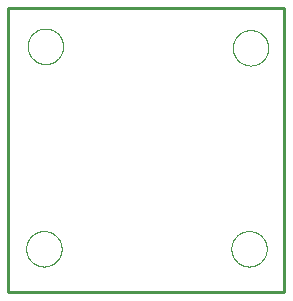
<source format=gbr>
G04 EAGLE Gerber RS-274X export*
G75*
%MOMM*%
%FSLAX25Y25*%
%LPD*%
%INOutline*%
%IPPOS*%
%AMOC8*
5,1,8,0,0,1.08239X$1,22.5*%
G01*
%ADD10C,0.000000*%
%ADD11C,0.254000*%


D10*
X203200Y76200D02*
X2538000Y76200D01*
X2538000Y2481600D01*
X203200Y2481600D01*
X203200Y76200D01*
X365900Y2159000D02*
X365945Y2162681D01*
X366081Y2166360D01*
X366306Y2170035D01*
X366622Y2173703D01*
X367028Y2177362D01*
X367524Y2181010D01*
X368108Y2184644D01*
X368782Y2188264D01*
X369545Y2191865D01*
X370395Y2195447D01*
X371334Y2199007D01*
X372359Y2202543D01*
X373471Y2206052D01*
X374668Y2209533D01*
X375951Y2212984D01*
X377318Y2216403D01*
X378769Y2219786D01*
X380302Y2223133D01*
X381916Y2226442D01*
X383612Y2229710D01*
X385387Y2232935D01*
X387241Y2236115D01*
X389172Y2239250D01*
X391180Y2242336D01*
X393262Y2245371D01*
X395419Y2248355D01*
X397648Y2251285D01*
X399948Y2254159D01*
X402319Y2256976D01*
X404757Y2259734D01*
X407263Y2262431D01*
X409834Y2265066D01*
X412469Y2267637D01*
X415166Y2270143D01*
X417924Y2272581D01*
X420741Y2274952D01*
X423615Y2277252D01*
X426545Y2279481D01*
X429529Y2281638D01*
X432564Y2283720D01*
X435650Y2285728D01*
X438785Y2287659D01*
X441965Y2289513D01*
X445190Y2291288D01*
X448458Y2292984D01*
X451767Y2294598D01*
X455114Y2296131D01*
X458497Y2297582D01*
X461916Y2298949D01*
X465367Y2300232D01*
X468848Y2301429D01*
X472357Y2302541D01*
X475893Y2303566D01*
X479453Y2304505D01*
X483035Y2305355D01*
X486636Y2306118D01*
X490256Y2306792D01*
X493890Y2307376D01*
X497538Y2307872D01*
X501197Y2308278D01*
X504865Y2308594D01*
X508540Y2308819D01*
X512219Y2308955D01*
X515900Y2309000D01*
X519581Y2308955D01*
X523260Y2308819D01*
X526935Y2308594D01*
X530603Y2308278D01*
X534262Y2307872D01*
X537910Y2307376D01*
X541544Y2306792D01*
X545164Y2306118D01*
X548765Y2305355D01*
X552347Y2304505D01*
X555907Y2303566D01*
X559443Y2302541D01*
X562952Y2301429D01*
X566433Y2300232D01*
X569884Y2298949D01*
X573303Y2297582D01*
X576686Y2296131D01*
X580033Y2294598D01*
X583342Y2292984D01*
X586610Y2291288D01*
X589835Y2289513D01*
X593015Y2287659D01*
X596150Y2285728D01*
X599236Y2283720D01*
X602271Y2281638D01*
X605255Y2279481D01*
X608185Y2277252D01*
X611059Y2274952D01*
X613876Y2272581D01*
X616634Y2270143D01*
X619331Y2267637D01*
X621966Y2265066D01*
X624537Y2262431D01*
X627043Y2259734D01*
X629481Y2256976D01*
X631852Y2254159D01*
X634152Y2251285D01*
X636381Y2248355D01*
X638538Y2245371D01*
X640620Y2242336D01*
X642628Y2239250D01*
X644559Y2236115D01*
X646413Y2232935D01*
X648188Y2229710D01*
X649884Y2226442D01*
X651498Y2223133D01*
X653031Y2219786D01*
X654482Y2216403D01*
X655849Y2212984D01*
X657132Y2209533D01*
X658329Y2206052D01*
X659441Y2202543D01*
X660466Y2199007D01*
X661405Y2195447D01*
X662255Y2191865D01*
X663018Y2188264D01*
X663692Y2184644D01*
X664276Y2181010D01*
X664772Y2177362D01*
X665178Y2173703D01*
X665494Y2170035D01*
X665719Y2166360D01*
X665855Y2162681D01*
X665900Y2159000D01*
X665855Y2155319D01*
X665719Y2151640D01*
X665494Y2147965D01*
X665178Y2144297D01*
X664772Y2140638D01*
X664276Y2136990D01*
X663692Y2133356D01*
X663018Y2129736D01*
X662255Y2126135D01*
X661405Y2122553D01*
X660466Y2118993D01*
X659441Y2115457D01*
X658329Y2111948D01*
X657132Y2108467D01*
X655849Y2105016D01*
X654482Y2101597D01*
X653031Y2098214D01*
X651498Y2094867D01*
X649884Y2091558D01*
X648188Y2088290D01*
X646413Y2085065D01*
X644559Y2081885D01*
X642628Y2078750D01*
X640620Y2075664D01*
X638538Y2072629D01*
X636381Y2069645D01*
X634152Y2066715D01*
X631852Y2063841D01*
X629481Y2061024D01*
X627043Y2058266D01*
X624537Y2055569D01*
X621966Y2052934D01*
X619331Y2050363D01*
X616634Y2047857D01*
X613876Y2045419D01*
X611059Y2043048D01*
X608185Y2040748D01*
X605255Y2038519D01*
X602271Y2036362D01*
X599236Y2034280D01*
X596150Y2032272D01*
X593015Y2030341D01*
X589835Y2028487D01*
X586610Y2026712D01*
X583342Y2025016D01*
X580033Y2023402D01*
X576686Y2021869D01*
X573303Y2020418D01*
X569884Y2019051D01*
X566433Y2017768D01*
X562952Y2016571D01*
X559443Y2015459D01*
X555907Y2014434D01*
X552347Y2013495D01*
X548765Y2012645D01*
X545164Y2011882D01*
X541544Y2011208D01*
X537910Y2010624D01*
X534262Y2010128D01*
X530603Y2009722D01*
X526935Y2009406D01*
X523260Y2009181D01*
X519581Y2009045D01*
X515900Y2009000D01*
X512219Y2009045D01*
X508540Y2009181D01*
X504865Y2009406D01*
X501197Y2009722D01*
X497538Y2010128D01*
X493890Y2010624D01*
X490256Y2011208D01*
X486636Y2011882D01*
X483035Y2012645D01*
X479453Y2013495D01*
X475893Y2014434D01*
X472357Y2015459D01*
X468848Y2016571D01*
X465367Y2017768D01*
X461916Y2019051D01*
X458497Y2020418D01*
X455114Y2021869D01*
X451767Y2023402D01*
X448458Y2025016D01*
X445190Y2026712D01*
X441965Y2028487D01*
X438785Y2030341D01*
X435650Y2032272D01*
X432564Y2034280D01*
X429529Y2036362D01*
X426545Y2038519D01*
X423615Y2040748D01*
X420741Y2043048D01*
X417924Y2045419D01*
X415166Y2047857D01*
X412469Y2050363D01*
X409834Y2052934D01*
X407263Y2055569D01*
X404757Y2058266D01*
X402319Y2061024D01*
X399948Y2063841D01*
X397648Y2066715D01*
X395419Y2069645D01*
X393262Y2072629D01*
X391180Y2075664D01*
X389172Y2078750D01*
X387241Y2081885D01*
X385387Y2085065D01*
X383612Y2088290D01*
X381916Y2091558D01*
X380302Y2094867D01*
X378769Y2098214D01*
X377318Y2101597D01*
X375951Y2105016D01*
X374668Y2108467D01*
X373471Y2111948D01*
X372359Y2115457D01*
X371334Y2118993D01*
X370395Y2122553D01*
X369545Y2126135D01*
X368782Y2129736D01*
X368108Y2133356D01*
X367524Y2136990D01*
X367028Y2140638D01*
X366622Y2144297D01*
X366306Y2147965D01*
X366081Y2151640D01*
X365945Y2155319D01*
X365900Y2159000D01*
X2102700Y2146300D02*
X2102745Y2149981D01*
X2102881Y2153660D01*
X2103106Y2157335D01*
X2103422Y2161003D01*
X2103828Y2164662D01*
X2104324Y2168310D01*
X2104908Y2171944D01*
X2105582Y2175564D01*
X2106345Y2179165D01*
X2107195Y2182747D01*
X2108134Y2186307D01*
X2109159Y2189843D01*
X2110271Y2193352D01*
X2111468Y2196833D01*
X2112751Y2200284D01*
X2114118Y2203703D01*
X2115569Y2207086D01*
X2117102Y2210433D01*
X2118716Y2213742D01*
X2120412Y2217010D01*
X2122187Y2220235D01*
X2124041Y2223415D01*
X2125972Y2226550D01*
X2127980Y2229636D01*
X2130062Y2232671D01*
X2132219Y2235655D01*
X2134448Y2238585D01*
X2136748Y2241459D01*
X2139119Y2244276D01*
X2141557Y2247034D01*
X2144063Y2249731D01*
X2146634Y2252366D01*
X2149269Y2254937D01*
X2151966Y2257443D01*
X2154724Y2259881D01*
X2157541Y2262252D01*
X2160415Y2264552D01*
X2163345Y2266781D01*
X2166329Y2268938D01*
X2169364Y2271020D01*
X2172450Y2273028D01*
X2175585Y2274959D01*
X2178765Y2276813D01*
X2181990Y2278588D01*
X2185258Y2280284D01*
X2188567Y2281898D01*
X2191914Y2283431D01*
X2195297Y2284882D01*
X2198716Y2286249D01*
X2202167Y2287532D01*
X2205648Y2288729D01*
X2209157Y2289841D01*
X2212693Y2290866D01*
X2216253Y2291805D01*
X2219835Y2292655D01*
X2223436Y2293418D01*
X2227056Y2294092D01*
X2230690Y2294676D01*
X2234338Y2295172D01*
X2237997Y2295578D01*
X2241665Y2295894D01*
X2245340Y2296119D01*
X2249019Y2296255D01*
X2252700Y2296300D01*
X2256381Y2296255D01*
X2260060Y2296119D01*
X2263735Y2295894D01*
X2267403Y2295578D01*
X2271062Y2295172D01*
X2274710Y2294676D01*
X2278344Y2294092D01*
X2281964Y2293418D01*
X2285565Y2292655D01*
X2289147Y2291805D01*
X2292707Y2290866D01*
X2296243Y2289841D01*
X2299752Y2288729D01*
X2303233Y2287532D01*
X2306684Y2286249D01*
X2310103Y2284882D01*
X2313486Y2283431D01*
X2316833Y2281898D01*
X2320142Y2280284D01*
X2323410Y2278588D01*
X2326635Y2276813D01*
X2329815Y2274959D01*
X2332950Y2273028D01*
X2336036Y2271020D01*
X2339071Y2268938D01*
X2342055Y2266781D01*
X2344985Y2264552D01*
X2347859Y2262252D01*
X2350676Y2259881D01*
X2353434Y2257443D01*
X2356131Y2254937D01*
X2358766Y2252366D01*
X2361337Y2249731D01*
X2363843Y2247034D01*
X2366281Y2244276D01*
X2368652Y2241459D01*
X2370952Y2238585D01*
X2373181Y2235655D01*
X2375338Y2232671D01*
X2377420Y2229636D01*
X2379428Y2226550D01*
X2381359Y2223415D01*
X2383213Y2220235D01*
X2384988Y2217010D01*
X2386684Y2213742D01*
X2388298Y2210433D01*
X2389831Y2207086D01*
X2391282Y2203703D01*
X2392649Y2200284D01*
X2393932Y2196833D01*
X2395129Y2193352D01*
X2396241Y2189843D01*
X2397266Y2186307D01*
X2398205Y2182747D01*
X2399055Y2179165D01*
X2399818Y2175564D01*
X2400492Y2171944D01*
X2401076Y2168310D01*
X2401572Y2164662D01*
X2401978Y2161003D01*
X2402294Y2157335D01*
X2402519Y2153660D01*
X2402655Y2149981D01*
X2402700Y2146300D01*
X2402655Y2142619D01*
X2402519Y2138940D01*
X2402294Y2135265D01*
X2401978Y2131597D01*
X2401572Y2127938D01*
X2401076Y2124290D01*
X2400492Y2120656D01*
X2399818Y2117036D01*
X2399055Y2113435D01*
X2398205Y2109853D01*
X2397266Y2106293D01*
X2396241Y2102757D01*
X2395129Y2099248D01*
X2393932Y2095767D01*
X2392649Y2092316D01*
X2391282Y2088897D01*
X2389831Y2085514D01*
X2388298Y2082167D01*
X2386684Y2078858D01*
X2384988Y2075590D01*
X2383213Y2072365D01*
X2381359Y2069185D01*
X2379428Y2066050D01*
X2377420Y2062964D01*
X2375338Y2059929D01*
X2373181Y2056945D01*
X2370952Y2054015D01*
X2368652Y2051141D01*
X2366281Y2048324D01*
X2363843Y2045566D01*
X2361337Y2042869D01*
X2358766Y2040234D01*
X2356131Y2037663D01*
X2353434Y2035157D01*
X2350676Y2032719D01*
X2347859Y2030348D01*
X2344985Y2028048D01*
X2342055Y2025819D01*
X2339071Y2023662D01*
X2336036Y2021580D01*
X2332950Y2019572D01*
X2329815Y2017641D01*
X2326635Y2015787D01*
X2323410Y2014012D01*
X2320142Y2012316D01*
X2316833Y2010702D01*
X2313486Y2009169D01*
X2310103Y2007718D01*
X2306684Y2006351D01*
X2303233Y2005068D01*
X2299752Y2003871D01*
X2296243Y2002759D01*
X2292707Y2001734D01*
X2289147Y2000795D01*
X2285565Y1999945D01*
X2281964Y1999182D01*
X2278344Y1998508D01*
X2274710Y1997924D01*
X2271062Y1997428D01*
X2267403Y1997022D01*
X2263735Y1996706D01*
X2260060Y1996481D01*
X2256381Y1996345D01*
X2252700Y1996300D01*
X2249019Y1996345D01*
X2245340Y1996481D01*
X2241665Y1996706D01*
X2237997Y1997022D01*
X2234338Y1997428D01*
X2230690Y1997924D01*
X2227056Y1998508D01*
X2223436Y1999182D01*
X2219835Y1999945D01*
X2216253Y2000795D01*
X2212693Y2001734D01*
X2209157Y2002759D01*
X2205648Y2003871D01*
X2202167Y2005068D01*
X2198716Y2006351D01*
X2195297Y2007718D01*
X2191914Y2009169D01*
X2188567Y2010702D01*
X2185258Y2012316D01*
X2181990Y2014012D01*
X2178765Y2015787D01*
X2175585Y2017641D01*
X2172450Y2019572D01*
X2169364Y2021580D01*
X2166329Y2023662D01*
X2163345Y2025819D01*
X2160415Y2028048D01*
X2157541Y2030348D01*
X2154724Y2032719D01*
X2151966Y2035157D01*
X2149269Y2037663D01*
X2146634Y2040234D01*
X2144063Y2042869D01*
X2141557Y2045566D01*
X2139119Y2048324D01*
X2136748Y2051141D01*
X2134448Y2054015D01*
X2132219Y2056945D01*
X2130062Y2059929D01*
X2127980Y2062964D01*
X2125972Y2066050D01*
X2124041Y2069185D01*
X2122187Y2072365D01*
X2120412Y2075590D01*
X2118716Y2078858D01*
X2117102Y2082167D01*
X2115569Y2085514D01*
X2114118Y2088897D01*
X2112751Y2092316D01*
X2111468Y2095767D01*
X2110271Y2099248D01*
X2109159Y2102757D01*
X2108134Y2106293D01*
X2107195Y2109853D01*
X2106345Y2113435D01*
X2105582Y2117036D01*
X2104908Y2120656D01*
X2104324Y2124290D01*
X2103828Y2127938D01*
X2103422Y2131597D01*
X2103106Y2135265D01*
X2102881Y2138940D01*
X2102745Y2142619D01*
X2102700Y2146300D01*
X2090000Y444500D02*
X2090045Y448181D01*
X2090181Y451860D01*
X2090406Y455535D01*
X2090722Y459203D01*
X2091128Y462862D01*
X2091624Y466510D01*
X2092208Y470144D01*
X2092882Y473764D01*
X2093645Y477365D01*
X2094495Y480947D01*
X2095434Y484507D01*
X2096459Y488043D01*
X2097571Y491552D01*
X2098768Y495033D01*
X2100051Y498484D01*
X2101418Y501903D01*
X2102869Y505286D01*
X2104402Y508633D01*
X2106016Y511942D01*
X2107712Y515210D01*
X2109487Y518435D01*
X2111341Y521615D01*
X2113272Y524750D01*
X2115280Y527836D01*
X2117362Y530871D01*
X2119519Y533855D01*
X2121748Y536785D01*
X2124048Y539659D01*
X2126419Y542476D01*
X2128857Y545234D01*
X2131363Y547931D01*
X2133934Y550566D01*
X2136569Y553137D01*
X2139266Y555643D01*
X2142024Y558081D01*
X2144841Y560452D01*
X2147715Y562752D01*
X2150645Y564981D01*
X2153629Y567138D01*
X2156664Y569220D01*
X2159750Y571228D01*
X2162885Y573159D01*
X2166065Y575013D01*
X2169290Y576788D01*
X2172558Y578484D01*
X2175867Y580098D01*
X2179214Y581631D01*
X2182597Y583082D01*
X2186016Y584449D01*
X2189467Y585732D01*
X2192948Y586929D01*
X2196457Y588041D01*
X2199993Y589066D01*
X2203553Y590005D01*
X2207135Y590855D01*
X2210736Y591618D01*
X2214356Y592292D01*
X2217990Y592876D01*
X2221638Y593372D01*
X2225297Y593778D01*
X2228965Y594094D01*
X2232640Y594319D01*
X2236319Y594455D01*
X2240000Y594500D01*
X2243681Y594455D01*
X2247360Y594319D01*
X2251035Y594094D01*
X2254703Y593778D01*
X2258362Y593372D01*
X2262010Y592876D01*
X2265644Y592292D01*
X2269264Y591618D01*
X2272865Y590855D01*
X2276447Y590005D01*
X2280007Y589066D01*
X2283543Y588041D01*
X2287052Y586929D01*
X2290533Y585732D01*
X2293984Y584449D01*
X2297403Y583082D01*
X2300786Y581631D01*
X2304133Y580098D01*
X2307442Y578484D01*
X2310710Y576788D01*
X2313935Y575013D01*
X2317115Y573159D01*
X2320250Y571228D01*
X2323336Y569220D01*
X2326371Y567138D01*
X2329355Y564981D01*
X2332285Y562752D01*
X2335159Y560452D01*
X2337976Y558081D01*
X2340734Y555643D01*
X2343431Y553137D01*
X2346066Y550566D01*
X2348637Y547931D01*
X2351143Y545234D01*
X2353581Y542476D01*
X2355952Y539659D01*
X2358252Y536785D01*
X2360481Y533855D01*
X2362638Y530871D01*
X2364720Y527836D01*
X2366728Y524750D01*
X2368659Y521615D01*
X2370513Y518435D01*
X2372288Y515210D01*
X2373984Y511942D01*
X2375598Y508633D01*
X2377131Y505286D01*
X2378582Y501903D01*
X2379949Y498484D01*
X2381232Y495033D01*
X2382429Y491552D01*
X2383541Y488043D01*
X2384566Y484507D01*
X2385505Y480947D01*
X2386355Y477365D01*
X2387118Y473764D01*
X2387792Y470144D01*
X2388376Y466510D01*
X2388872Y462862D01*
X2389278Y459203D01*
X2389594Y455535D01*
X2389819Y451860D01*
X2389955Y448181D01*
X2390000Y444500D01*
X2389955Y440819D01*
X2389819Y437140D01*
X2389594Y433465D01*
X2389278Y429797D01*
X2388872Y426138D01*
X2388376Y422490D01*
X2387792Y418856D01*
X2387118Y415236D01*
X2386355Y411635D01*
X2385505Y408053D01*
X2384566Y404493D01*
X2383541Y400957D01*
X2382429Y397448D01*
X2381232Y393967D01*
X2379949Y390516D01*
X2378582Y387097D01*
X2377131Y383714D01*
X2375598Y380367D01*
X2373984Y377058D01*
X2372288Y373790D01*
X2370513Y370565D01*
X2368659Y367385D01*
X2366728Y364250D01*
X2364720Y361164D01*
X2362638Y358129D01*
X2360481Y355145D01*
X2358252Y352215D01*
X2355952Y349341D01*
X2353581Y346524D01*
X2351143Y343766D01*
X2348637Y341069D01*
X2346066Y338434D01*
X2343431Y335863D01*
X2340734Y333357D01*
X2337976Y330919D01*
X2335159Y328548D01*
X2332285Y326248D01*
X2329355Y324019D01*
X2326371Y321862D01*
X2323336Y319780D01*
X2320250Y317772D01*
X2317115Y315841D01*
X2313935Y313987D01*
X2310710Y312212D01*
X2307442Y310516D01*
X2304133Y308902D01*
X2300786Y307369D01*
X2297403Y305918D01*
X2293984Y304551D01*
X2290533Y303268D01*
X2287052Y302071D01*
X2283543Y300959D01*
X2280007Y299934D01*
X2276447Y298995D01*
X2272865Y298145D01*
X2269264Y297382D01*
X2265644Y296708D01*
X2262010Y296124D01*
X2258362Y295628D01*
X2254703Y295222D01*
X2251035Y294906D01*
X2247360Y294681D01*
X2243681Y294545D01*
X2240000Y294500D01*
X2236319Y294545D01*
X2232640Y294681D01*
X2228965Y294906D01*
X2225297Y295222D01*
X2221638Y295628D01*
X2217990Y296124D01*
X2214356Y296708D01*
X2210736Y297382D01*
X2207135Y298145D01*
X2203553Y298995D01*
X2199993Y299934D01*
X2196457Y300959D01*
X2192948Y302071D01*
X2189467Y303268D01*
X2186016Y304551D01*
X2182597Y305918D01*
X2179214Y307369D01*
X2175867Y308902D01*
X2172558Y310516D01*
X2169290Y312212D01*
X2166065Y313987D01*
X2162885Y315841D01*
X2159750Y317772D01*
X2156664Y319780D01*
X2153629Y321862D01*
X2150645Y324019D01*
X2147715Y326248D01*
X2144841Y328548D01*
X2142024Y330919D01*
X2139266Y333357D01*
X2136569Y335863D01*
X2133934Y338434D01*
X2131363Y341069D01*
X2128857Y343766D01*
X2126419Y346524D01*
X2124048Y349341D01*
X2121748Y352215D01*
X2119519Y355145D01*
X2117362Y358129D01*
X2115280Y361164D01*
X2113272Y364250D01*
X2111341Y367385D01*
X2109487Y370565D01*
X2107712Y373790D01*
X2106016Y377058D01*
X2104402Y380367D01*
X2102869Y383714D01*
X2101418Y387097D01*
X2100051Y390516D01*
X2098768Y393967D01*
X2097571Y397448D01*
X2096459Y400957D01*
X2095434Y404493D01*
X2094495Y408053D01*
X2093645Y411635D01*
X2092882Y415236D01*
X2092208Y418856D01*
X2091624Y422490D01*
X2091128Y426138D01*
X2090722Y429797D01*
X2090406Y433465D01*
X2090181Y437140D01*
X2090045Y440819D01*
X2090000Y444500D01*
X353200Y444500D02*
X353245Y448181D01*
X353381Y451860D01*
X353606Y455535D01*
X353922Y459203D01*
X354328Y462862D01*
X354824Y466510D01*
X355408Y470144D01*
X356082Y473764D01*
X356845Y477365D01*
X357695Y480947D01*
X358634Y484507D01*
X359659Y488043D01*
X360771Y491552D01*
X361968Y495033D01*
X363251Y498484D01*
X364618Y501903D01*
X366069Y505286D01*
X367602Y508633D01*
X369216Y511942D01*
X370912Y515210D01*
X372687Y518435D01*
X374541Y521615D01*
X376472Y524750D01*
X378480Y527836D01*
X380562Y530871D01*
X382719Y533855D01*
X384948Y536785D01*
X387248Y539659D01*
X389619Y542476D01*
X392057Y545234D01*
X394563Y547931D01*
X397134Y550566D01*
X399769Y553137D01*
X402466Y555643D01*
X405224Y558081D01*
X408041Y560452D01*
X410915Y562752D01*
X413845Y564981D01*
X416829Y567138D01*
X419864Y569220D01*
X422950Y571228D01*
X426085Y573159D01*
X429265Y575013D01*
X432490Y576788D01*
X435758Y578484D01*
X439067Y580098D01*
X442414Y581631D01*
X445797Y583082D01*
X449216Y584449D01*
X452667Y585732D01*
X456148Y586929D01*
X459657Y588041D01*
X463193Y589066D01*
X466753Y590005D01*
X470335Y590855D01*
X473936Y591618D01*
X477556Y592292D01*
X481190Y592876D01*
X484838Y593372D01*
X488497Y593778D01*
X492165Y594094D01*
X495840Y594319D01*
X499519Y594455D01*
X503200Y594500D01*
X506881Y594455D01*
X510560Y594319D01*
X514235Y594094D01*
X517903Y593778D01*
X521562Y593372D01*
X525210Y592876D01*
X528844Y592292D01*
X532464Y591618D01*
X536065Y590855D01*
X539647Y590005D01*
X543207Y589066D01*
X546743Y588041D01*
X550252Y586929D01*
X553733Y585732D01*
X557184Y584449D01*
X560603Y583082D01*
X563986Y581631D01*
X567333Y580098D01*
X570642Y578484D01*
X573910Y576788D01*
X577135Y575013D01*
X580315Y573159D01*
X583450Y571228D01*
X586536Y569220D01*
X589571Y567138D01*
X592555Y564981D01*
X595485Y562752D01*
X598359Y560452D01*
X601176Y558081D01*
X603934Y555643D01*
X606631Y553137D01*
X609266Y550566D01*
X611837Y547931D01*
X614343Y545234D01*
X616781Y542476D01*
X619152Y539659D01*
X621452Y536785D01*
X623681Y533855D01*
X625838Y530871D01*
X627920Y527836D01*
X629928Y524750D01*
X631859Y521615D01*
X633713Y518435D01*
X635488Y515210D01*
X637184Y511942D01*
X638798Y508633D01*
X640331Y505286D01*
X641782Y501903D01*
X643149Y498484D01*
X644432Y495033D01*
X645629Y491552D01*
X646741Y488043D01*
X647766Y484507D01*
X648705Y480947D01*
X649555Y477365D01*
X650318Y473764D01*
X650992Y470144D01*
X651576Y466510D01*
X652072Y462862D01*
X652478Y459203D01*
X652794Y455535D01*
X653019Y451860D01*
X653155Y448181D01*
X653200Y444500D01*
X653155Y440819D01*
X653019Y437140D01*
X652794Y433465D01*
X652478Y429797D01*
X652072Y426138D01*
X651576Y422490D01*
X650992Y418856D01*
X650318Y415236D01*
X649555Y411635D01*
X648705Y408053D01*
X647766Y404493D01*
X646741Y400957D01*
X645629Y397448D01*
X644432Y393967D01*
X643149Y390516D01*
X641782Y387097D01*
X640331Y383714D01*
X638798Y380367D01*
X637184Y377058D01*
X635488Y373790D01*
X633713Y370565D01*
X631859Y367385D01*
X629928Y364250D01*
X627920Y361164D01*
X625838Y358129D01*
X623681Y355145D01*
X621452Y352215D01*
X619152Y349341D01*
X616781Y346524D01*
X614343Y343766D01*
X611837Y341069D01*
X609266Y338434D01*
X606631Y335863D01*
X603934Y333357D01*
X601176Y330919D01*
X598359Y328548D01*
X595485Y326248D01*
X592555Y324019D01*
X589571Y321862D01*
X586536Y319780D01*
X583450Y317772D01*
X580315Y315841D01*
X577135Y313987D01*
X573910Y312212D01*
X570642Y310516D01*
X567333Y308902D01*
X563986Y307369D01*
X560603Y305918D01*
X557184Y304551D01*
X553733Y303268D01*
X550252Y302071D01*
X546743Y300959D01*
X543207Y299934D01*
X539647Y298995D01*
X536065Y298145D01*
X532464Y297382D01*
X528844Y296708D01*
X525210Y296124D01*
X521562Y295628D01*
X517903Y295222D01*
X514235Y294906D01*
X510560Y294681D01*
X506881Y294545D01*
X503200Y294500D01*
X499519Y294545D01*
X495840Y294681D01*
X492165Y294906D01*
X488497Y295222D01*
X484838Y295628D01*
X481190Y296124D01*
X477556Y296708D01*
X473936Y297382D01*
X470335Y298145D01*
X466753Y298995D01*
X463193Y299934D01*
X459657Y300959D01*
X456148Y302071D01*
X452667Y303268D01*
X449216Y304551D01*
X445797Y305918D01*
X442414Y307369D01*
X439067Y308902D01*
X435758Y310516D01*
X432490Y312212D01*
X429265Y313987D01*
X426085Y315841D01*
X422950Y317772D01*
X419864Y319780D01*
X416829Y321862D01*
X413845Y324019D01*
X410915Y326248D01*
X408041Y328548D01*
X405224Y330919D01*
X402466Y333357D01*
X399769Y335863D01*
X397134Y338434D01*
X394563Y341069D01*
X392057Y343766D01*
X389619Y346524D01*
X387248Y349341D01*
X384948Y352215D01*
X382719Y355145D01*
X380562Y358129D01*
X378480Y361164D01*
X376472Y364250D01*
X374541Y367385D01*
X372687Y370565D01*
X370912Y373790D01*
X369216Y377058D01*
X367602Y380367D01*
X366069Y383714D01*
X364618Y387097D01*
X363251Y390516D01*
X361968Y393967D01*
X360771Y397448D01*
X359659Y400957D01*
X358634Y404493D01*
X357695Y408053D01*
X356845Y411635D01*
X356082Y415236D01*
X355408Y418856D01*
X354824Y422490D01*
X354328Y426138D01*
X353922Y429797D01*
X353606Y433465D01*
X353381Y437140D01*
X353245Y440819D01*
X353200Y444500D01*
D11*
X203200Y76200D02*
X2538000Y76200D01*
X2538000Y2481600D01*
X203200Y2481600D01*
X203200Y76200D01*
M02*

</source>
